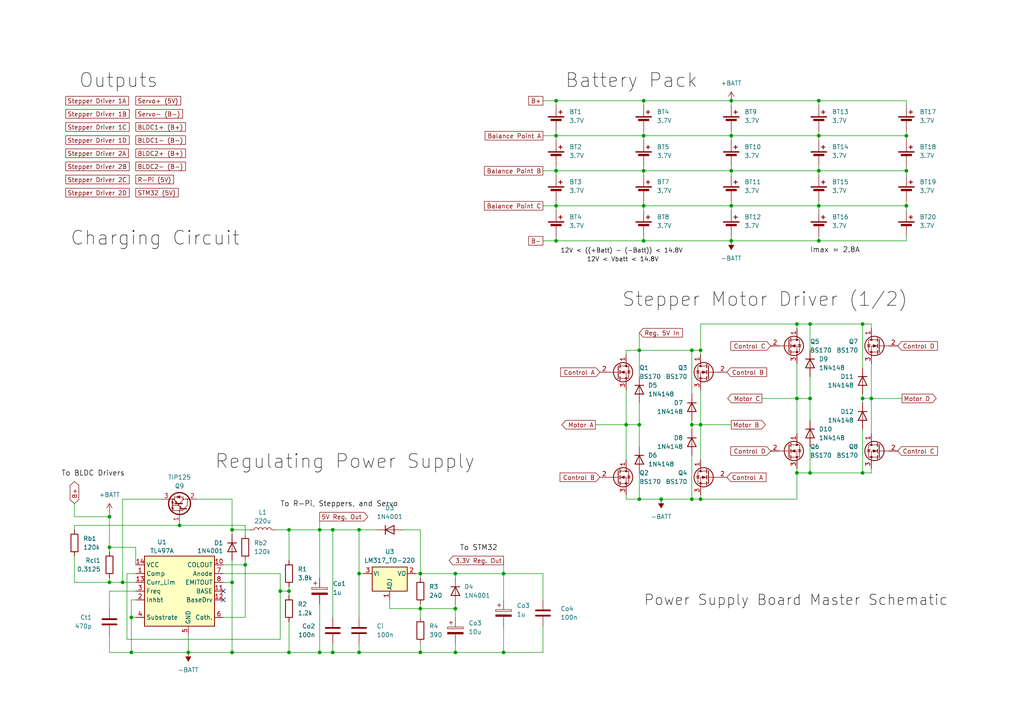
<source format=kicad_sch>
(kicad_sch (version 20231120) (generator "eeschema") (generator_version "8.0")
  (paper "A4")
  (lib_symbols
    (symbol "Device:Battery_Cell" (pin_numbers hide) (pin_names (offset 0) hide)
      (property "Reference" "BT" (at 2.54 2.54 0))
      (property "Value" "Battery_Cell" (at 2.54 0 0))
      (symbol "Battery_Cell_0_1"
        (rectangle (start -2.286 1.778) (end 2.286 1.524) (fill (type outline)))
        (rectangle (start -1.524 1.016) (end 1.524 0.508) (fill (type outline)))
        (polyline (pts (xy 0 0.762) (xy 0 0)))
        (polyline (pts (xy 0 1.778) (xy 0 2.54)))
        (polyline (pts (xy 0.762 3.048) (xy 1.778 3.048)) (stroke (width 0.254)))
        (polyline (pts (xy 1.27 3.556) (xy 1.27 2.54)) (stroke (width 0.254)))
      )
      (symbol "Battery_Cell_1_1"
        (pin passive line (at 0 5.08 270) (length 2.54) (name "+") (number "1"))
        (pin passive line (at 0 -2.54 90) (length 2.54) (name "-") (number "2"))
      )
    )
    (symbol "Device:C" (pin_numbers hide) (pin_names (offset 0.254))
      (property "Reference" "C" (at 0.635 2.54 0))
      (property "Value" "C" (at 0.635 -2.54 0))
      (symbol "C_0_1"
        (polyline (pts (xy -2.032 -0.762) (xy 2.032 -0.762)) (stroke (width 0.508)))
        (polyline (pts (xy -2.032 0.762) (xy 2.032 0.762)) (stroke (width 0.508)))
      )
      (symbol "C_1_1"
        (pin passive line (at 0 3.81 270) (length 2.794) (name "~") (number "1"))
        (pin passive line (at 0 -3.81 90) (length 2.794) (name "~") (number "2"))
      )
    )
    (symbol "Device:C_Polarized" (pin_numbers hide) (pin_names (offset 0.254))
      (property "Reference" "C" (at 0.635 2.54 0))
      (property "Value" "C_Polarized" (at 0.635 -2.54 0))
      (symbol "C_Polarized_0_1"
        (rectangle (start -2.286 0.508) (end 2.286 1.016))
        (polyline (pts (xy -1.778 2.286) (xy -0.762 2.286)))
        (polyline (pts (xy -1.27 2.794) (xy -1.27 1.778)))
        (rectangle (start 2.286 -0.508) (end -2.286 -1.016) (fill (type outline)))
      )
      (symbol "C_Polarized_1_1"
        (pin passive line (at 0 3.81 270) (length 2.794) (name "~") (number "1"))
        (pin passive line (at 0 -3.81 90) (length 2.794) (name "~") (number "2"))
      )
    )
    (symbol "Device:L" (pin_numbers hide) (pin_names (offset 1.016) hide)
      (property "Reference" "L" (at -1.27 0 90))
      (property "Value" "L" (at 1.905 0 90))
      (symbol "L_0_1"
        (arc (start 0 -2.54) (mid 0.6323 -1.905) (end 0 -1.27))
        (arc (start 0 -1.27) (mid 0.6323 -0.635) (end 0 0))
        (arc (start 0 0) (mid 0.6323 0.635) (end 0 1.27))
        (arc (start 0 1.27) (mid 0.6323 1.905) (end 0 2.54))
      )
      (symbol "L_1_1"
        (pin passive line (at 0 3.81 270) (length 1.27) (name "1") (number "1"))
        (pin passive line (at 0 -3.81 90) (length 1.27) (name "2") (number "2"))
      )
    )
    (symbol "Device:R" (pin_numbers hide) (pin_names (offset 0))
      (property "Reference" "R" (at 2.032 0 90))
      (property "Value" "R" (at 0 0 90))
      (symbol "R_0_1"
        (rectangle (start -1.016 -2.54) (end 1.016 2.54) (stroke (width 0.254)))
      )
      (symbol "R_1_1"
        (pin passive line (at 0 3.81 270) (length 1.27) (name "~") (number "1"))
        (pin passive line (at 0 -3.81 90) (length 1.27) (name "~") (number "2"))
      )
    )
    (symbol "Diode:1N4001" (pin_numbers hide) (pin_names hide)
      (property "Reference" "D" (at 0 2.54 0))
      (property "Value" "1N4001" (at 0 -2.54 0))
      (symbol "1N4001_0_1"
        (polyline (pts (xy -1.27 1.27) (xy -1.27 -1.27)) (stroke (width 0.254)))
        (polyline (pts (xy 1.27 0) (xy -1.27 0)))
        (polyline (pts (xy 1.27 1.27) (xy 1.27 -1.27) (xy -1.27 0) (xy 1.27 1.27)) (stroke (width 0.254)))
      )
      (symbol "1N4001_1_1"
        (pin passive line (at -3.81 0 0) (length 2.54) (name "K") (number "1"))
        (pin passive line (at 3.81 0 180) (length 2.54) (name "A") (number "2"))
      )
    )
    (symbol "Diode:1N4148" (pin_numbers hide) (pin_names hide)
      (property "Reference" "D" (at 0 2.54 0))
      (property "Value" "1N4148" (at 0 -2.54 0))
      (symbol "1N4148_0_1"
        (polyline (pts (xy -1.27 1.27) (xy -1.27 -1.27)) (stroke (width 0.254)))
        (polyline (pts (xy 1.27 0) (xy -1.27 0)))
        (polyline (pts (xy 1.27 1.27) (xy 1.27 -1.27) (xy -1.27 0) (xy 1.27 1.27)) (stroke (width 0.254)))
      )
      (symbol "1N4148_1_1"
        (pin passive line (at -3.81 0 0) (length 2.54) (name "K") (number "1"))
        (pin passive line (at 3.81 0 180) (length 2.54) (name "A") (number "2"))
      )
    )
    (symbol "Regulator_Linear:LM317_TO-220" (pin_names (offset 0.254))
      (property "Reference" "U" (at -3.81 3.175 0))
      (property "Value" "LM317_TO-220" (at 0 3.175 0))
      (symbol "LM317_TO-220_0_1"
        (rectangle (start -5.08 1.905) (end 5.08 -5.08) (stroke (width 0.254)) (fill (type background)))
      )
      (symbol "LM317_TO-220_1_1"
        (pin input line (at 0 -7.62 90) (length 2.54) (name "ADJ") (number "1"))
        (pin power_out line (at 7.62 0 180) (length 2.54) (name "VO") (number "2"))
        (pin power_in line (at -7.62 0 0) (length 2.54) (name "VI") (number "3"))
      )
    )
    (symbol "Regulator_Switching:TL497A"
      (property "Reference" "U" (at -10.16 11.43 0))
      (property "Value" "TL497A" (at 1.27 11.43 0))
      (symbol "TL497A_0_1"
        (rectangle (start -10.16 10.16) (end 10.16 -10.16) (stroke (width 0.254)) (fill (type background)))
      )
      (symbol "TL497A_1_1"
        (pin input line (at -12.7 5.08 0) (length 2.54) (name "Comp") (number "1"))
        (pin open_collector line (at 12.7 7.62 180) (length 2.54) (name "COLOUT") (number "10"))
        (pin passive line (at 12.7 0 180) (length 2.54) (name "BASE") (number "11"))
        (pin passive line (at 12.7 -2.54 180) (length 2.54) (name "BaseDrv") (number "12"))
        (pin input line (at -12.7 2.54 0) (length 2.54) (name "Curr_Lim") (number "13"))
        (pin power_in line (at -12.7 7.62 0) (length 2.54) (name "VCC") (number "14"))
        (pin input line (at -12.7 -2.54 0) (length 2.54) (name "Inhbt") (number "2"))
        (pin input line (at -12.7 0 0) (length 2.54) (name "Freq") (number "3"))
        (pin input line (at -12.7 -7.62 0) (length 2.54) (name "Substrate") (number "4"))
        (pin power_in line (at 2.54 -12.7 90) (length 2.54) (name "GND") (number "5"))
        (pin passive line (at 12.7 -7.62 180) (length 2.54) (name "Cath.") (number "6"))
        (pin passive line (at 12.7 5.08 180) (length 2.54) (name "Anode") (number "7"))
        (pin open_emitter line (at 12.7 2.54 180) (length 2.54) (name "EMITOUT") (number "8"))
        (pin no_connect line (at -10.16 -5.08 0) (length 2.54) hide (name "NC") (number "9"))
      )
    )
    (symbol "Transistor_BJT:TIP125" (pin_names (offset 0) hide)
      (property "Reference" "Q" (at 5.08 1.905 0))
      (property "Value" "TIP125" (at 5.08 0 0))
      (symbol "TIP125_0_1"
        (circle (center -0.762 0) (radius 0.127))
        (polyline (pts (xy -1.27 0) (xy -0.889 0)))
        (polyline (pts (xy 2.54 -2.032) (xy 2.54 -2.54)))
        (polyline (pts (xy 2.54 -1.524) (xy 3.175 -1.524)))
        (polyline (pts (xy 2.794 -0.635) (xy 3.556 -0.635)))
        (polyline (pts (xy 3.175 -1.524) (xy 3.175 -0.635)))
        (polyline (pts (xy 3.175 0.127) (xy 3.175 1.016)))
        (polyline (pts (xy 3.175 1.016) (xy 2.54 1.016)))
        (polyline (pts (xy -0.254 0.762) (xy 0.762 -0.254) (xy 1.27 -0.254)))
        (polyline (pts (xy -0.254 1.016) (xy -0.762 1.016) (xy -0.762 -2.032)))
        (polyline (pts (xy -0.254 1.27) (xy 0.762 2.286) (xy 2.54 2.286)))
        (polyline (pts (xy -0.254 2.032) (xy -0.254 0) (xy -0.254 0)) (stroke (width 0.3048)))
        (polyline (pts (xy 1.27 0.762) (xy 1.27 -1.27) (xy 1.27 -1.27)) (stroke (width 0.381)))
        (polyline (pts (xy 0 0.508) (xy 0.254 0) (xy 0.508 0.254) (xy 0 0.508)))
        (polyline (pts (xy 1.27 -0.508) (xy 2.286 -1.524) (xy 2.54 -1.524) (xy 2.54 -2.032)))
        (polyline (pts (xy 1.27 0) (xy 2.286 1.016) (xy 2.54 1.016) (xy 2.54 2.286)))
        (polyline (pts (xy 1.524 -0.762) (xy 1.778 -1.27) (xy 2.032 -1.016) (xy 1.524 -0.762)))
        (polyline (pts (xy 3.175 -0.635) (xy 2.794 0.127) (xy 3.556 0.127) (xy 3.175 -0.635)) (fill (type outline)))
        (polyline (pts (xy 0.762 -2.032) (xy 0.381 -2.032) (xy 0.254 -2.286) (xy 0.127 -1.778) (xy 0 -2.286) (xy -0.127 -1.778) (xy -0.254 -2.286) (xy -0.381 -1.778) (xy -0.508 -2.032) (xy -0.762 -2.032)))
        (polyline (pts (xy 0.762 -0.254) (xy 0.762 -2.032) (xy 1.143 -2.032) (xy 1.27 -1.778) (xy 1.397 -2.286) (xy 1.524 -1.778) (xy 1.651 -2.286) (xy 1.778 -1.778) (xy 1.905 -2.286) (xy 2.032 -2.032) (xy 2.54 -2.032)))
        (circle (center 0.762 -2.032) (radius 0.127))
        (circle (center 0.762 -0.254) (radius 0.127))
        (circle (center 1.27 0) (radius 3.175) (stroke (width 0.3556)))
        (circle (center 2.54 -2.032) (radius 0.127))
        (circle (center 2.54 -1.524) (radius 0.127))
        (circle (center 2.54 1.016) (radius 0.127))
        (circle (center 2.54 2.286) (radius 0.127))
      )
      (symbol "TIP125_1_1"
        (pin input line (at -5.08 0 0) (length 3.81) (name "B") (number "1"))
        (pin passive line (at 2.54 5.08 270) (length 2.667) (name "C") (number "2"))
        (pin passive line (at 2.54 -5.08 90) (length 2.54) (name "E") (number "3"))
      )
    )
    (symbol "Transistor_FET:BS170" (pin_names hide)
      (property "Reference" "Q" (at 5.08 1.905 0))
      (property "Value" "BS170" (at 5.08 0 0))
      (symbol "BS170_0_1"
        (polyline (pts (xy 0.254 0) (xy -2.54 0)))
        (polyline (pts (xy 0.254 1.905) (xy 0.254 -1.905)) (stroke (width 0.254)))
        (polyline (pts (xy 0.762 -1.27) (xy 0.762 -2.286)) (stroke (width 0.254)))
        (polyline (pts (xy 0.762 0.508) (xy 0.762 -0.508)) (stroke (width 0.254)))
        (polyline (pts (xy 0.762 2.286) (xy 0.762 1.27)) (stroke (width 0.254)))
        (polyline (pts (xy 2.54 2.54) (xy 2.54 1.778)))
        (polyline (pts (xy 2.54 -2.54) (xy 2.54 0) (xy 0.762 0)))
        (polyline (pts (xy 0.762 -1.778) (xy 3.302 -1.778) (xy 3.302 1.778) (xy 0.762 1.778)))
        (polyline (pts (xy 1.016 0) (xy 2.032 0.381) (xy 2.032 -0.381) (xy 1.016 0)) (fill (type outline)))
        (polyline (pts (xy 2.794 0.508) (xy 2.921 0.381) (xy 3.683 0.381) (xy 3.81 0.254)))
        (polyline (pts (xy 3.302 0.381) (xy 2.921 -0.254) (xy 3.683 -0.254) (xy 3.302 0.381)))
        (circle (center 1.651 0) (radius 2.794) (stroke (width 0.254)))
        (circle (center 2.54 -1.778) (radius 0.254) (fill (type outline)))
        (circle (center 2.54 1.778) (radius 0.254) (fill (type outline)))
      )
      (symbol "BS170_1_1"
        (pin passive line (at 2.54 5.08 270) (length 2.54) (name "D") (number "1"))
        (pin input line (at -5.08 0 0) (length 2.54) (name "G") (number "2"))
        (pin passive line (at 2.54 -5.08 90) (length 2.54) (name "S") (number "3"))
      )
    )
    (symbol "power:+BATT" (power) (pin_numbers hide) (pin_names (offset 0) hide)
      (property "Value" "+BATT" (at 0 3.556 0))
      (symbol "+BATT_0_1"
        (polyline (pts (xy -0.762 1.27) (xy 0 2.54)))
        (polyline (pts (xy 0 0) (xy 0 2.54)))
        (polyline (pts (xy 0 2.54) (xy 0.762 1.27)))
      )
      (symbol "+BATT_1_1"
        (pin power_in line (at 0 0 90) (length 0) (name "~") (number "1"))
      )
    )
    (symbol "power:-BATT" (power) (pin_numbers hide) (pin_names (offset 0) hide)
      (property "Value" "-BATT" (at 0 3.556 0))
      (symbol "-BATT_0_1"
        (polyline (pts (xy 0 0) (xy 0 2.54)))
        (polyline (pts (xy 0.762 1.27) (xy -0.762 1.27) (xy 0 2.54) (xy 0.762 1.27)) (fill (type outline)))
      )
      (symbol "-BATT_1_1"
        (pin power_in line (at 0 0 90) (length 0) (name "~") (number "1"))
      )
    )
  )
  (junction (at 161.29 69.85))
  (junction (at 92.71 189.23))
  (junction (at 250.19 115.57))
  (junction (at 104.14 189.23))
  (junction (at 250.19 137.16))
  (junction (at 262.89 59.69))
  (junction (at 231.14 93.98))
  (junction (at 185.42 123.19))
  (junction (at 234.95 137.16))
  (junction (at 31.75 168.91))
  (junction (at 67.31 168.91))
  (junction (at 212.09 29.21))
  (junction (at 200.66 144.78))
  (junction (at 186.69 39.37))
  (junction (at 121.92 189.23))
  (junction (at 262.89 39.37))
  (junction (at 161.29 49.53))
  (junction (at 234.95 93.98))
  (junction (at 252.73 115.57))
  (junction (at 132.08 176.53))
  (junction (at 203.2 144.78))
  (junction (at 161.29 29.21))
  (junction (at 212.09 49.53))
  (junction (at 237.49 59.69))
  (junction (at 212.09 69.85))
  (junction (at 237.49 49.53))
  (junction (at 54.61 189.23))
  (junction (at 203.2 101.6))
  (junction (at 186.69 69.85))
  (junction (at 35.56 168.91))
  (junction (at 132.08 189.23))
  (junction (at 191.77 144.78))
  (junction (at 92.71 153.67))
  (junction (at 96.52 153.67))
  (junction (at 231.14 137.16))
  (junction (at 83.82 189.23))
  (junction (at 104.14 153.67))
  (junction (at 186.69 59.69))
  (junction (at 250.19 93.98))
  (junction (at 231.14 115.57))
  (junction (at 132.08 166.37))
  (junction (at 31.75 149.86))
  (junction (at 67.31 189.23))
  (junction (at 234.95 115.57))
  (junction (at 186.69 49.53))
  (junction (at 31.75 158.75))
  (junction (at 71.12 163.83))
  (junction (at 146.05 166.37))
  (junction (at 181.61 123.19))
  (junction (at 185.42 144.78))
  (junction (at 146.05 189.23))
  (junction (at 200.66 101.6))
  (junction (at 38.1 179.07))
  (junction (at 186.69 29.21))
  (junction (at 67.31 153.67))
  (junction (at 38.1 189.23))
  (junction (at 200.66 123.19))
  (junction (at 262.89 49.53))
  (junction (at 212.09 59.69))
  (junction (at 96.52 189.23))
  (junction (at 161.29 59.69))
  (junction (at 237.49 29.21))
  (junction (at 121.92 166.37))
  (junction (at 83.82 171.45))
  (junction (at 83.82 153.67))
  (junction (at 185.42 101.6))
  (junction (at 161.29 39.37))
  (junction (at 121.92 176.53))
  (junction (at 52.07 152.4))
  (junction (at 212.09 39.37))
  (junction (at 203.2 123.19))
  (junction (at 237.49 69.85))
  (junction (at 104.14 166.37))
  (junction (at 81.28 171.45))
  (junction (at 237.49 39.37))
  (no_connect (at 64.77 173.99))
  (no_connect (at 64.77 171.45))
  (wire (pts (xy 67.31 168.91) (xy 67.31 189.23)))
  (wire (pts (xy 186.69 48.26) (xy 186.69 49.53)))
  (wire (pts (xy 234.95 129.54) (xy 234.95 137.16)))
  (wire (pts (xy 231.14 137.16) (xy 234.95 137.16)))
  (wire (pts (xy 237.49 58.42) (xy 237.49 59.69)))
  (wire (pts (xy 161.29 30.48) (xy 161.29 29.21)))
  (wire (pts (xy 161.29 69.85) (xy 186.69 69.85)))
  (wire (pts (xy 203.2 113.03) (xy 203.2 123.19)))
  (wire (pts (xy 64.77 168.91) (xy 67.31 168.91)))
  (wire (pts (xy 35.56 144.78) (xy 46.99 144.78)))
  (wire (pts (xy 250.19 114.3) (xy 250.19 115.57)))
  (wire (pts (xy 36.83 166.37) (xy 39.37 166.37)))
  (wire (pts (xy 185.42 116.84) (xy 185.42 123.19)))
  (wire (pts (xy 83.82 189.23) (xy 92.71 189.23)))
  (wire (pts (xy 96.52 153.67) (xy 96.52 179.07)))
  (wire (pts (xy 185.42 101.6) (xy 185.42 109.22)))
  (wire (pts (xy 237.49 69.85) (xy 262.89 69.85)))
  (wire (pts (xy 67.31 189.23) (xy 83.82 189.23)))
  (wire (pts (xy 96.52 186.69) (xy 96.52 189.23)))
  (wire (pts (xy 54.61 189.23) (xy 67.31 189.23)))
  (wire (pts (xy 203.2 93.98) (xy 231.14 93.98)))
  (wire (pts (xy 21.59 149.86) (xy 31.75 149.86)))
  (wire (pts (xy 67.31 153.67) (xy 72.39 153.67)))
  (wire (pts (xy 262.89 29.21) (xy 262.89 30.48)))
  (wire (pts (xy 252.73 105.41) (xy 252.73 115.57)))
  (wire (pts (xy 203.2 143.51) (xy 203.2 144.78)))
  (wire (pts (xy 157.48 69.85) (xy 161.29 69.85)))
  (wire (pts (xy 83.82 180.34) (xy 83.82 189.23)))
  (wire (pts (xy 234.95 93.98) (xy 250.19 93.98)))
  (wire (pts (xy 200.66 123.19) (xy 203.2 123.19)))
  (wire (pts (xy 161.29 59.69) (xy 186.69 59.69)))
  (wire (pts (xy 203.2 123.19) (xy 212.09 123.19)))
  (wire (pts (xy 250.19 93.98) (xy 250.19 106.68)))
  (wire (pts (xy 104.14 153.67) (xy 104.14 166.37)))
  (wire (pts (xy 31.75 158.75) (xy 31.75 160.02)))
  (wire (pts (xy 186.69 29.21) (xy 186.69 30.48)))
  (wire (pts (xy 231.14 93.98) (xy 234.95 93.98)))
  (wire (pts (xy 113.03 173.99) (xy 113.03 176.53)))
  (wire (pts (xy 109.22 153.67) (xy 104.14 153.67)))
  (wire (pts (xy 250.19 124.46) (xy 250.19 137.16)))
  (wire (pts (xy 234.95 109.22) (xy 234.95 115.57)))
  (wire (pts (xy 39.37 158.75) (xy 31.75 158.75)))
  (wire (pts (xy 234.95 115.57) (xy 234.95 121.92)))
  (wire (pts (xy 237.49 69.85) (xy 237.49 68.58)))
  (wire (pts (xy 250.19 93.98) (xy 252.73 93.98)))
  (wire (pts (xy 234.95 137.16) (xy 250.19 137.16)))
  (wire (pts (xy 96.52 153.67) (xy 92.71 153.67)))
  (wire (pts (xy 203.2 123.19) (xy 203.2 133.35)))
  (wire (pts (xy 231.14 144.78) (xy 231.14 137.16)))
  (wire (pts (xy 64.77 166.37) (xy 81.28 166.37)))
  (wire (pts (xy 83.82 153.67) (xy 83.82 162.56)))
  (wire (pts (xy 146.05 189.23) (xy 132.08 189.23)))
  (wire (pts (xy 185.42 96.52) (xy 185.42 101.6)))
  (wire (pts (xy 83.82 171.45) (xy 83.82 172.72)))
  (wire (pts (xy 237.49 59.69) (xy 237.49 60.96)))
  (wire (pts (xy 185.42 101.6) (xy 181.61 101.6)))
  (wire (pts (xy 21.59 152.4) (xy 52.07 152.4)))
  (wire (pts (xy 38.1 189.23) (xy 54.61 189.23)))
  (wire (pts (xy 212.09 49.53) (xy 237.49 49.53)))
  (wire (pts (xy 212.09 68.58) (xy 212.09 69.85)))
  (wire (pts (xy 186.69 39.37) (xy 186.69 40.64)))
  (wire (pts (xy 186.69 39.37) (xy 212.09 39.37)))
  (wire (pts (xy 67.31 144.78) (xy 67.31 153.67)))
  (wire (pts (xy 181.61 144.78) (xy 185.42 144.78)))
  (wire (pts (xy 92.71 175.26) (xy 92.71 189.23)))
  (wire (pts (xy 83.82 153.67) (xy 92.71 153.67)))
  (wire (pts (xy 161.29 39.37) (xy 186.69 39.37)))
  (wire (pts (xy 252.73 135.89) (xy 252.73 137.16)))
  (wire (pts (xy 237.49 49.53) (xy 237.49 50.8)))
  (wire (pts (xy 186.69 29.21) (xy 212.09 29.21)))
  (wire (pts (xy 161.29 39.37) (xy 161.29 40.64)))
  (wire (pts (xy 71.12 154.94) (xy 71.12 152.4)))
  (wire (pts (xy 237.49 39.37) (xy 237.49 40.64)))
  (wire (pts (xy 38.1 179.07) (xy 39.37 179.07)))
  (wire (pts (xy 200.66 144.78) (xy 203.2 144.78)))
  (wire (pts (xy 231.14 105.41) (xy 231.14 115.57)))
  (wire (pts (xy 92.71 149.86) (xy 92.71 153.67)))
  (wire (pts (xy 262.89 39.37) (xy 262.89 40.64)))
  (wire (pts (xy 157.48 181.61) (xy 157.48 189.23)))
  (wire (pts (xy 185.42 137.16) (xy 185.42 144.78)))
  (wire (pts (xy 64.77 163.83) (xy 71.12 163.83)))
  (wire (pts (xy 262.89 48.26) (xy 262.89 49.53)))
  (wire (pts (xy 250.19 115.57) (xy 252.73 115.57)))
  (wire (pts (xy 185.42 144.78) (xy 191.77 144.78)))
  (wire (pts (xy 161.29 49.53) (xy 161.29 50.8)))
  (wire (pts (xy 157.48 173.99) (xy 157.48 166.37)))
  (wire (pts (xy 67.31 153.67) (xy 67.31 154.94)))
  (wire (pts (xy 121.92 176.53) (xy 132.08 176.53)))
  (wire (pts (xy 121.92 166.37) (xy 132.08 166.37)))
  (wire (pts (xy 212.09 29.21) (xy 237.49 29.21)))
  (wire (pts (xy 31.75 149.86) (xy 31.75 158.75)))
  (wire (pts (xy 212.09 39.37) (xy 212.09 40.64)))
  (wire (pts (xy 237.49 39.37) (xy 262.89 39.37)))
  (wire (pts (xy 31.75 148.59) (xy 31.75 149.86)))
  (wire (pts (xy 252.73 115.57) (xy 261.62 115.57)))
  (wire (pts (xy 31.75 168.91) (xy 35.56 168.91)))
  (wire (pts (xy 132.08 176.53) (xy 132.08 179.07)))
  (wire (pts (xy 212.09 38.1) (xy 212.09 39.37)))
  (wire (pts (xy 104.14 189.23) (xy 121.92 189.23)))
  (wire (pts (xy 161.29 58.42) (xy 161.29 59.69)))
  (wire (pts (xy 38.1 189.23) (xy 38.1 179.07)))
  (wire (pts (xy 212.09 49.53) (xy 212.09 50.8)))
  (wire (pts (xy 203.2 102.87) (xy 203.2 101.6)))
  (wire (pts (xy 120.65 166.37) (xy 121.92 166.37)))
  (wire (pts (xy 262.89 59.69) (xy 262.89 60.96)))
  (wire (pts (xy 157.48 29.21) (xy 161.29 29.21)))
  (wire (pts (xy 252.73 95.25) (xy 252.73 93.98)))
  (wire (pts (xy 21.59 146.05) (xy 21.59 149.86)))
  (wire (pts (xy 54.61 184.15) (xy 54.61 189.23)))
  (wire (pts (xy 132.08 175.26) (xy 132.08 176.53)))
  (wire (pts (xy 161.29 48.26) (xy 161.29 49.53)))
  (wire (pts (xy 157.48 166.37) (xy 146.05 166.37)))
  (wire (pts (xy 231.14 115.57) (xy 231.14 125.73)))
  (wire (pts (xy 81.28 171.45) (xy 83.82 171.45)))
  (wire (pts (xy 104.14 186.69) (xy 104.14 189.23)))
  (wire (pts (xy 161.29 38.1) (xy 161.29 39.37)))
  (wire (pts (xy 161.29 59.69) (xy 161.29 60.96)))
  (wire (pts (xy 96.52 153.67) (xy 104.14 153.67)))
  (wire (pts (xy 200.66 101.6) (xy 200.66 114.3)))
  (wire (pts (xy 80.01 153.67) (xy 83.82 153.67)))
  (wire (pts (xy 36.83 185.42) (xy 81.28 185.42)))
  (wire (pts (xy 220.98 115.57) (xy 231.14 115.57)))
  (wire (pts (xy 237.49 49.53) (xy 262.89 49.53)))
  (wire (pts (xy 185.42 123.19) (xy 185.42 129.54)))
  (wire (pts (xy 35.56 168.91) (xy 39.37 168.91)))
  (wire (pts (xy 67.31 162.56) (xy 67.31 168.91)))
  (wire (pts (xy 157.48 39.37) (xy 161.29 39.37)))
  (wire (pts (xy 186.69 59.69) (xy 212.09 59.69)))
  (wire (pts (xy 212.09 58.42) (xy 212.09 59.69)))
  (wire (pts (xy 231.14 135.89) (xy 231.14 137.16)))
  (wire (pts (xy 262.89 49.53) (xy 262.89 50.8)))
  (wire (pts (xy 212.09 69.85) (xy 237.49 69.85)))
  (wire (pts (xy 186.69 58.42) (xy 186.69 59.69)))
  (wire (pts (xy 250.19 137.16) (xy 252.73 137.16)))
  (wire (pts (xy 132.08 186.69) (xy 132.08 189.23)))
  (wire (pts (xy 57.15 144.78) (xy 67.31 144.78)))
  (wire (pts (xy 146.05 173.99) (xy 146.05 166.37)))
  (wire (pts (xy 252.73 115.57) (xy 252.73 125.73)))
  (wire (pts (xy 181.61 101.6) (xy 181.61 102.87)))
  (wire (pts (xy 212.09 59.69) (xy 212.09 60.96)))
  (wire (pts (xy 186.69 59.69) (xy 186.69 60.96)))
  (wire (pts (xy 121.92 153.67) (xy 121.92 166.37)))
  (wire (pts (xy 31.75 167.64) (xy 31.75 168.91)))
  (wire (pts (xy 121.92 175.26) (xy 121.92 176.53)))
  (wire (pts (xy 21.59 161.29) (xy 21.59 168.91)))
  (wire (pts (xy 113.03 176.53) (xy 121.92 176.53)))
  (wire (pts (xy 234.95 93.98) (xy 234.95 101.6)))
  (wire (pts (xy 81.28 185.42) (xy 81.28 171.45)))
  (wire (pts (xy 21.59 168.91) (xy 31.75 168.91)))
  (wire (pts (xy 181.61 123.19) (xy 181.61 133.35)))
  (wire (pts (xy 234.95 115.57) (xy 231.14 115.57)))
  (wire (pts (xy 161.29 49.53) (xy 186.69 49.53)))
  (wire (pts (xy 212.09 59.69) (xy 237.49 59.69)))
  (wire (pts (xy 92.71 189.23) (xy 96.52 189.23)))
  (wire (pts (xy 186.69 38.1) (xy 186.69 39.37)))
  (wire (pts (xy 96.52 189.23) (xy 104.14 189.23)))
  (wire (pts (xy 186.69 68.58) (xy 186.69 69.85)))
  (wire (pts (xy 185.42 123.19) (xy 181.61 123.19)))
  (wire (pts (xy 237.49 38.1) (xy 237.49 39.37)))
  (wire (pts (xy 181.61 113.03) (xy 181.61 123.19)))
  (wire (pts (xy 31.75 184.15) (xy 31.75 189.23)))
  (wire (pts (xy 186.69 69.85) (xy 212.09 69.85)))
  (wire (pts (xy 237.49 48.26) (xy 237.49 49.53)))
  (wire (pts (xy 185.42 101.6) (xy 200.66 101.6)))
  (wire (pts (xy 161.29 29.21) (xy 186.69 29.21)))
  (wire (pts (xy 203.2 101.6) (xy 203.2 93.98)))
  (wire (pts (xy 116.84 153.67) (xy 121.92 153.67)))
  (wire (pts (xy 121.92 166.37) (xy 121.92 167.64)))
  (wire (pts (xy 200.66 132.08) (xy 200.66 144.78)))
  (wire (pts (xy 21.59 153.67) (xy 21.59 152.4)))
  (wire (pts (xy 237.49 59.69) (xy 262.89 59.69)))
  (wire (pts (xy 83.82 170.18) (xy 83.82 171.45)))
  (wire (pts (xy 105.41 166.37) (xy 104.14 166.37)))
  (wire (pts (xy 203.2 101.6) (xy 200.66 101.6)))
  (wire (pts (xy 31.75 189.23) (xy 38.1 189.23)))
  (wire (pts (xy 262.89 38.1) (xy 262.89 39.37)))
  (wire (pts (xy 121.92 186.69) (xy 121.92 189.23)))
  (wire (pts (xy 39.37 158.75) (xy 39.37 163.83)))
  (wire (pts (xy 200.66 123.19) (xy 200.66 124.46)))
  (wire (pts (xy 262.89 58.42) (xy 262.89 59.69)))
  (wire (pts (xy 31.75 176.53) (xy 31.75 171.45)))
  (wire (pts (xy 92.71 167.64) (xy 92.71 153.67)))
  (wire (pts (xy 181.61 143.51) (xy 181.61 144.78)))
  (wire (pts (xy 38.1 173.99) (xy 39.37 173.99)))
  (wire (pts (xy 250.19 115.57) (xy 250.19 116.84)))
  (wire (pts (xy 262.89 68.58) (xy 262.89 69.85)))
  (wire (pts (xy 191.77 144.78) (xy 200.66 144.78)))
  (wire (pts (xy 157.48 189.23) (xy 146.05 189.23)))
  (wire (pts (xy 31.75 171.45) (xy 39.37 171.45)))
  (wire (pts (xy 104.14 166.37) (xy 104.14 179.07)))
  (wire (pts (xy 237.49 29.21) (xy 262.89 29.21)))
  (wire (pts (xy 212.09 48.26) (xy 212.09 49.53)))
  (wire (pts (xy 146.05 181.61) (xy 146.05 189.23)))
  (wire (pts (xy 237.49 29.21) (xy 237.49 30.48)))
  (wire (pts (xy 212.09 29.21) (xy 212.09 30.48)))
  (wire (pts (xy 81.28 166.37) (xy 81.28 171.45)))
  (wire (pts (xy 71.12 163.83) (xy 71.12 179.07)))
  (wire (pts (xy 121.92 176.53) (xy 121.92 179.07)))
  (wire (pts (xy 231.14 93.98) (xy 231.14 95.25)))
  (wire (pts (xy 132.08 167.64) (xy 132.08 166.37)))
  (wire (pts (xy 71.12 179.07) (xy 64.77 179.07)))
  (wire (pts (xy 161.29 68.58) (xy 161.29 69.85)))
  (wire (pts (xy 203.2 144.78) (xy 231.14 144.78)))
  (wire (pts (xy 212.09 39.37) (xy 237.49 39.37)))
  (wire (pts (xy 146.05 162.56) (xy 146.05 166.37)))
  (wire (pts (xy 200.66 121.92) (xy 200.66 123.19)))
  (wire (pts (xy 35.56 144.78) (xy 35.56 168.91)))
  (wire (pts (xy 132.08 166.37) (xy 146.05 166.37)))
  (wire (pts (xy 186.69 49.53) (xy 212.09 49.53)))
  (wire (pts (xy 71.12 162.56) (xy 71.12 163.83)))
  (wire (pts (xy 52.07 152.4) (xy 71.12 152.4)))
  (wire (pts (xy 36.83 185.42) (xy 36.83 166.37)))
  (wire (pts (xy 172.72 123.19) (xy 181.61 123.19)))
  (wire (pts (xy 186.69 49.53) (xy 186.69 50.8)))
  (wire (pts (xy 157.48 49.53) (xy 161.29 49.53)))
  (wire (pts (xy 157.48 59.69) (xy 161.29 59.69)))
  (wire (pts (xy 38.1 173.99) (xy 38.1 179.07)))
  (wire (pts (xy 121.92 189.23) (xy 132.08 189.23)))
  (label "Battery Pack" (at 163.83 26.67 0) (effects (font (size 4 4))))
  (label "To STM32" (at 133.35 160.02 0) (effects (font (size 1.5 1.5))))
  (label "Stepper Motor Driver (1{slash}2)" (at 180.34 90.17 0) (effects (font (size 4 4))))
  (label "12V < ((+Batt) - (-Batt)) < 14.8V" (at 162.56 73.66 0))
  (label "Imax = 2.8A" (at 234.95 73.66 0) (effects (font (size 1.5 1.5))))
  (label "To BLDC Drivers" (at 17.78 138.43 0) (effects (font (size 1.5 1.5))))
  (label "To R-Pi, Steppers, and Servo" (at 81.28 147.32 0) (effects (font (size 1.5 1.5))))
  (label "Regulating Power Supply" (at 62.23 137.16 0) (effects (font (size 4 4))))
  (label "Outputs" (at 22.86 26.67 0) (effects (font (size 4 4))))
  (label "Charging Circuit" (at 20.32 72.39 0) (effects (font (size 4 4))))
  (label "12V < Vbatt < 14.8V" (at 170.18 76.2 0))
  (label "Power Supply Board Master Schematic" (at 186.69 176.53 0) (effects (font (size 3 3))))
  (global_label "Reg. 5V In" (shape input) (at 185.42 96.52 0) (property "Intersheetrefs" "${INTERSHEET_REFS}" (effects (hide yes))))
  (global_label "BLDC2- (B-)" (shape passive) (at 39.37 48.26 0) (property "Intersheetrefs" "${INTERSHEET_REFS}" (effects (hide yes))))
  (global_label "Balance Point C" (shape passive) (at 157.48 59.69 180) (property "Intersheetrefs" "${INTERSHEET_REFS}" (effects (hide yes))))
  (global_label "Servo- (B-)" (shape passive) (at 39.37 33.02 0) (property "Intersheetrefs" "${INTERSHEET_REFS}" (effects (hide yes))))
  (global_label "STM32 (5V)" (shape passive) (at 39.37 55.88 0) (property "Intersheetrefs" "${INTERSHEET_REFS}" (effects (hide yes))))
  (global_label "Control C" (shape input) (at 223.52 100.33 180) (property "Intersheetrefs" "${INTERSHEET_REFS}" (effects (hide yes))))
  (global_label "Control B" (shape input) (at 210.82 107.95 0) (property "Intersheetrefs" "${INTERSHEET_REFS}" (effects (hide yes))))
  (global_label "Stepper Driver 1C" (shape passive) (at 19.05 36.83 0) (property "Intersheetrefs" "${INTERSHEET_REFS}" (effects (hide yes))))
  (global_label "B+" (shape passive) (at 157.48 29.21 180) (property "Intersheetrefs" "${INTERSHEET_REFS}" (effects (hide yes))))
  (global_label "Stepper Driver 1A" (shape passive) (at 19.05 29.21 0) (property "Intersheetrefs" "${INTERSHEET_REFS}" (effects (hide yes))))
  (global_label "Control A" (shape input) (at 210.82 138.43 0) (property "Intersheetrefs" "${INTERSHEET_REFS}" (effects (hide yes))))
  (global_label "BLDC1+ (B+)" (shape passive) (at 39.37 36.83 0) (property "Intersheetrefs" "${INTERSHEET_REFS}" (effects (hide yes))))
  (global_label "B+" (shape bidirectional) (at 21.59 146.05 90) (property "Intersheetrefs" "${INTERSHEET_REFS}" (effects (hide yes))))
  (global_label "BLDC1- (B-)" (shape passive) (at 39.37 40.64 0) (property "Intersheetrefs" "${INTERSHEET_REFS}" (effects (hide yes))))
  (global_label "R-Pi (5V)" (shape passive) (at 39.37 52.07 0) (property "Intersheetrefs" "${INTERSHEET_REFS}" (effects (hide yes))))
  (global_label "Balance Point B" (shape passive) (at 157.48 49.53 180) (property "Intersheetrefs" "${INTERSHEET_REFS}" (effects (hide yes))))
  (global_label "Stepper Driver 1D" (shape passive) (at 19.05 40.64 0) (property "Intersheetrefs" "${INTERSHEET_REFS}" (effects (hide yes))))
  (global_label "Stepper Driver 2A" (shape passive) (at 19.05 44.45 0) (property "Intersheetrefs" "${INTERSHEET_REFS}" (effects (hide yes))))
  (global_label "3.3V Reg. Out" (shape output) (at 146.05 162.56 180) (property "Intersheetrefs" "${INTERSHEET_REFS}" (effects (hide yes))))
  (global_label "Stepper Driver 2B" (shape passive) (at 19.05 48.26 0) (property "Intersheetrefs" "${INTERSHEET_REFS}" (effects (hide yes))))
  (global_label "Motor A" (shape output) (at 172.72 123.19 180) (property "Intersheetrefs" "${INTERSHEET_REFS}" (effects (hide yes))))
  (global_label "Motor B" (shape output) (at 212.09 123.19 0) (property "Intersheetrefs" "${INTERSHEET_REFS}" (effects (hide yes))))
  (global_label "Motor C" (shape output) (at 220.98 115.57 180) (property "Intersheetrefs" "${INTERSHEET_REFS}" (effects (hide yes))))
  (global_label "BLDC2+ (B+)" (shape passive) (at 39.37 44.45 0) (property "Intersheetrefs" "${INTERSHEET_REFS}" (effects (hide yes))))
  (global_label "Motor D" (shape output) (at 261.62 115.57 0) (property "Intersheetrefs" "${INTERSHEET_REFS}" (effects (hide yes))))
  (global_label "Control D" (shape input) (at 260.35 100.33 0) (property "Intersheetrefs" "${INTERSHEET_REFS}" (effects (hide yes))))
  (global_label "Control A" (shape input) (at 173.99 107.95 180) (property "Intersheetrefs" "${INTERSHEET_REFS}" (effects (hide yes))))
  (global_label "Control D" (shape input) (at 223.52 130.81 180) (property "Intersheetrefs" "${INTERSHEET_REFS}" (effects (hide yes))))
  (global_label "Stepper Driver 2C" (shape passive) (at 19.05 52.07 0) (property "Intersheetrefs" "${INTERSHEET_REFS}" (effects (hide yes))))
  (global_label "Control B" (shape input) (at 173.99 138.43 180) (property "Intersheetrefs" "${INTERSHEET_REFS}" (effects (hide yes))))
  (global_label "Control C" (shape input) (at 260.35 130.81 0) (property "Intersheetrefs" "${INTERSHEET_REFS}" (effects (hide yes))))
  (global_label "Stepper Driver 1B" (shape passive) (at 19.05 33.02 0) (property "Intersheetrefs" "${INTERSHEET_REFS}" (effects (hide yes))))
  (global_label "Servo+ (5V)" (shape passive) (at 39.37 29.21 0) (property "Intersheetrefs" "${INTERSHEET_REFS}" (effects (hide yes))))
  (global_label "B-" (shape passive) (at 157.48 69.85 180) (property "Intersheetrefs" "${INTERSHEET_REFS}" (effects (hide yes))))
  (global_label "5V Reg. Out" (shape output) (at 92.71 149.86 0) (property "Intersheetrefs" "${INTERSHEET_REFS}" (effects (hide yes))))
  (global_label "Balance Point A" (shape passive) (at 157.48 39.37 180) (property "Intersheetrefs" "${INTERSHEET_REFS}" (effects (hide yes))))
  (global_label "Stepper Driver 2D" (shape passive) (at 19.05 55.88 0) (property "Intersheetrefs" "${INTERSHEET_REFS}" (effects (hide yes))))
  (symbol (lib_id "Device:Battery_Cell") (at 237.49 45.72 0) (unit 1)
    (property "Reference" "BT14" (at 241.3 42.6084 0) (effects (justify left)))
    (property "Value" "3.7V" (at 241.3 45.1484 0) (effects (justify left)))
    (property "Description" "Single-cell battery" (effects (hide yes)))
  )
  (symbol (lib_id "Device:R") (at 31.75 163.83 0) (mirror y) (unit 1)
    (property "Reference" "Rcl1" (at 29.21 162.5599 0) (effects (justify left)))
    (property "Value" "0.3125" (at 29.21 165.0999 0) (effects (justify left)))
    (property "Description" "Resistor" (effects (hide yes)))
  )
  (symbol (lib_id "Device:Battery_Cell") (at 237.49 66.04 0) (unit 1)
    (property "Reference" "BT16" (at 241.3 62.9284 0) (effects (justify left)))
    (property "Value" "3.7V" (at 241.3 65.4684 0) (effects (justify left)))
    (property "Description" "Single-cell battery" (effects (hide yes)))
  )
  (symbol (lib_id "Device:Battery_Cell") (at 161.29 35.56 0) (unit 1)
    (property "Reference" "BT1" (at 165.1 32.4484 0) (effects (justify left)))
    (property "Value" "3.7V" (at 165.1 34.9884 0) (effects (justify left)))
    (property "Description" "Single-cell battery" (effects (hide yes)))
  )
  (symbol (lib_id "Diode:1N4148") (at 185.42 133.35 270) (unit 1)
    (property "Reference" "D6" (at 187.96 132.0799 90) (effects (justify left)))
    (property "Value" "1N4148" (at 187.96 134.6199 90) (effects (justify left)))
    (property "Footprint" "Diode_THT:D_DO-35_SOD27_P7.62mm_Horizontal" (effects (hide yes)))
    (property "Datasheet" "https://assets.nexperia.com/documents/data-sheet/1N4148_1N4448.pdf" (effects (hide yes)))
    (property "Description" "100V 0.15A standard switching diode, DO-35" (effects (hide yes)))
    (property "Sim.Device" "D" (effects (hide yes)))
    (property "Sim.Pins" "1=K 2=A" (effects (hide yes)))
  )
  (symbol (lib_id "Device:L") (at 76.2 153.67 90) (unit 1)
    (property "Reference" "L1" (at 76.2 148.59 90))
    (property "Value" "220u" (at 76.2 151.13 90))
    (property "Description" "Inductor" (effects (hide yes)))
  )
  (symbol (lib_id "Regulator_Linear:LM317_TO-220") (at 113.03 166.37 0) (unit 1)
    (property "Reference" "U3" (at 113.03 160.02 0))
    (property "Value" "LM317_TO-220" (at 113.03 162.56 0))
    (property "Footprint" "Package_TO_SOT_THT:TO-220-3_Vertical" (effects (hide yes)))
    (property "Datasheet" "http://www.ti.com/lit/ds/symlink/lm317.pdf" (effects (hide yes)))
    (property "Description" "1.5A 35V Adjustable Linear Regulator, TO-220" (effects (hide yes)))
  )
  (symbol (lib_id "Diode:1N4001") (at 132.08 171.45 270) (unit 1)
    (property "Reference" "D4" (at 134.62 170.1799 90) (effects (justify left)))
    (property "Value" "1N4001" (at 134.62 172.7199 90) (effects (justify left)))
    (property "Footprint" "Diode_THT:D_DO-41_SOD81_P10.16mm_Horizontal" (effects (hide yes)))
    (property "Datasheet" "http://www.vishay.com/docs/88503/1n4001.pdf" (effects (hide yes)))
    (property "Description" "50V 1A General Purpose Rectifier Diode, DO-41" (effects (hide yes)))
    (property "Sim.Device" "D" (effects (hide yes)))
    (property "Sim.Pins" "1=K 2=A" (effects (hide yes)))
  )
  (symbol (lib_id "Device:C") (at 31.75 180.34 0) (mirror y) (unit 1)
    (property "Reference" "Ct1" (at 26.67 179.0699 0) (effects (justify left)))
    (property "Value" "470p" (at 26.67 181.6099 0) (effects (justify left)))
    (property "Description" "Unpolarized capacitor" (effects (hide yes)))
  )
  (symbol (lib_id "Device:Battery_Cell") (at 161.29 55.88 0) (unit 1)
    (property "Reference" "BT3" (at 165.1 52.7684 0) (effects (justify left)))
    (property "Value" "3.7V" (at 165.1 55.3084 0) (effects (justify left)))
    (property "Description" "Single-cell battery" (effects (hide yes)))
  )
  (symbol (lib_id "Diode:1N4001") (at 67.31 158.75 90) (mirror x) (unit 1)
    (property "Reference" "D1" (at 64.77 157.4799 90) (effects (justify left)))
    (property "Value" "1N4001" (at 64.77 159.766 90) (effects (justify left)))
    (property "Footprint" "Diode_THT:D_DO-41_SOD81_P10.16mm_Horizontal" (effects (hide yes)))
    (property "Datasheet" "http://www.vishay.com/docs/88503/1n4001.pdf" (effects (hide yes)))
    (property "Description" "50V 1A General Purpose Rectifier Diode, DO-41" (effects (hide yes)))
    (property "Sim.Device" "D" (effects (hide yes)))
    (property "Sim.Pins" "1=K 2=A" (effects (hide yes)))
  )
  (symbol (lib_id "Diode:1N4148") (at 250.19 120.65 90) (mirror x) (unit 1)
    (property "Reference" "D12" (at 247.65 119.3799 90) (effects (justify left)))
    (property "Value" "1N4148" (at 247.65 121.9199 90) (effects (justify left)))
    (property "Footprint" "Diode_THT:D_DO-35_SOD27_P7.62mm_Horizontal" (effects (hide yes)))
    (property "Datasheet" "https://assets.nexperia.com/documents/data-sheet/1N4148_1N4448.pdf" (effects (hide yes)))
    (property "Description" "100V 0.15A standard switching diode, DO-35" (effects (hide yes)))
    (property "Sim.Device" "D" (effects (hide yes)))
    (property "Sim.Pins" "1=K 2=A" (effects (hide yes)))
  )
  (symbol (lib_id "Device:R") (at 83.82 176.53 0) (unit 1)
    (property "Reference" "R2" (at 86.36 175.2599 0) (effects (justify left)))
    (property "Value" "1.2k" (at 86.36 177.7999 0) (effects (justify left)))
    (property "Description" "Resistor" (effects (hide yes)))
  )
  (symbol (lib_id "Device:R") (at 71.12 158.75 0) (unit 1)
    (property "Reference" "Rb2" (at 73.66 157.4799 0) (effects (justify left)))
    (property "Value" "120k" (at 73.66 160.0199 0) (effects (justify left)))
    (property "Description" "Resistor" (effects (hide yes)))
  )
  (symbol (lib_id "Device:Battery_Cell") (at 212.09 55.88 0) (unit 1)
    (property "Reference" "BT11" (at 215.9 52.7684 0) (effects (justify left)))
    (property "Value" "3.7V" (at 215.9 55.3084 0) (effects (justify left)))
    (property "Description" "Single-cell battery" (effects (hide yes)))
  )
  (symbol (lib_id "Device:Battery_Cell") (at 186.69 66.04 0) (unit 1)
    (property "Reference" "BT8" (at 190.5 62.9284 0) (effects (justify left)))
    (property "Value" "3.7V" (at 190.5 65.4684 0) (effects (justify left)))
    (property "Description" "Single-cell battery" (effects (hide yes)))
  )
  (symbol (lib_id "Device:R") (at 121.92 171.45 0) (unit 1)
    (property "Reference" "R3" (at 124.46 170.1799 0) (effects (justify left)))
    (property "Value" "240" (at 124.46 172.7199 0) (effects (justify left)))
    (property "Description" "Resistor" (effects (hide yes)))
  )
  (symbol (lib_id "Device:C") (at 104.14 182.88 0) (unit 1)
    (property "Reference" "Ci" (at 109.22 181.6099 0) (effects (justify left)))
    (property "Value" "100n" (at 109.22 184.1499 0) (effects (justify left)))
    (property "Description" "Unpolarized capacitor" (effects (hide yes)))
  )
  (symbol (lib_id "Diode:1N4148") (at 250.19 110.49 90) (mirror x) (unit 1)
    (property "Reference" "D11" (at 247.65 109.2199 90) (effects (justify left)))
    (property "Value" "1N4148" (at 247.65 111.7599 90) (effects (justify left)))
    (property "Footprint" "Diode_THT:D_DO-35_SOD27_P7.62mm_Horizontal" (effects (hide yes)))
    (property "Datasheet" "https://assets.nexperia.com/documents/data-sheet/1N4148_1N4448.pdf" (effects (hide yes)))
    (property "Description" "100V 0.15A standard switching diode, DO-35" (effects (hide yes)))
    (property "Sim.Device" "D" (effects (hide yes)))
    (property "Sim.Pins" "1=K 2=A" (effects (hide yes)))
  )
  (symbol (lib_id "Device:Battery_Cell") (at 262.89 45.72 0) (unit 1)
    (property "Reference" "BT18" (at 266.7 42.6084 0) (effects (justify left)))
    (property "Value" "3.7V" (at 266.7 45.1484 0) (effects (justify left)))
    (property "Description" "Single-cell battery" (effects (hide yes)))
  )
  (symbol (lib_id "Diode:1N4148") (at 200.66 118.11 90) (mirror x) (unit 1)
    (property "Reference" "D7" (at 198.12 116.8399 90) (effects (justify left)))
    (property "Value" "1N4148" (at 198.12 119.3799 90) (effects (justify left)))
    (property "Footprint" "Diode_THT:D_DO-35_SOD27_P7.62mm_Horizontal" (effects (hide yes)))
    (property "Datasheet" "https://assets.nexperia.com/documents/data-sheet/1N4148_1N4448.pdf" (effects (hide yes)))
    (property "Description" "100V 0.15A standard switching diode, DO-35" (effects (hide yes)))
    (property "Sim.Device" "D" (effects (hide yes)))
    (property "Sim.Pins" "1=K 2=A" (effects (hide yes)))
  )
  (symbol (lib_id "Device:R") (at 83.82 166.37 0) (unit 1)
    (property "Reference" "R1" (at 86.36 165.0999 0) (effects (justify left)))
    (property "Value" "3.8k" (at 86.36 167.6399 0) (effects (justify left)))
    (property "Description" "Resistor" (effects (hide yes)))
  )
  (symbol (lib_id "Transistor_FET:BS170") (at 179.07 138.43 0) (unit 1)
    (property "Reference" "Q2" (at 185.42 137.1599 0) (effects (justify left)))
    (property "Value" "BS170" (at 185.42 139.6999 0) (effects (justify left)))
    (property "Footprint" "Package_TO_SOT_THT:TO-92_Inline" (effects (hide yes)))
    (property "Datasheet" "https://www.onsemi.com/pub/Collateral/BS170-D.PDF" (effects (hide yes)))
    (property "Description" "0.5A Id, 60V Vds, N-Channel MOSFET, TO-92" (effects (hide yes)))
  )
  (symbol (lib_id "Device:Battery_Cell") (at 186.69 55.88 0) (unit 1)
    (property "Reference" "BT7" (at 190.5 52.7684 0) (effects (justify left)))
    (property "Value" "3.7V" (at 190.5 55.3084 0) (effects (justify left)))
    (property "Description" "Single-cell battery" (effects (hide yes)))
  )
  (symbol (lib_id "Device:Battery_Cell") (at 186.69 45.72 0) (unit 1)
    (property "Reference" "BT5" (at 190.5 42.6084 0) (effects (justify left)))
    (property "Value" "3.7V" (at 190.5 45.1484 0) (effects (justify left)))
    (property "Description" "Single-cell battery" (effects (hide yes)))
  )
  (symbol (lib_id "Device:C_Polarized") (at 132.08 182.88 0) (unit 1)
    (property "Reference" "Co3" (at 135.89 180.7209 0) (effects (justify left)))
    (property "Value" "10u" (at 135.89 183.2609 0) (effects (justify left)))
    (property "Description" "Polarized capacitor" (effects (hide yes)))
  )
  (symbol (lib_id "Regulator_Switching:TL497A") (at 52.07 171.45 0) (unit 1)
    (property "Reference" "U1" (at 46.99 157.226 0))
    (property "Value" "TL497A" (at 46.99 159.766 0))
    (property "Datasheet" "http://www.ti.com/lit/ds/symlink/tl497a.pdf" (effects (hide yes)))
    (property "Description" "500mA step up/step down switching regulator" (effects (hide yes)))
  )
  (symbol (lib_id "Transistor_FET:BS170") (at 228.6 100.33 0) (unit 1)
    (property "Reference" "Q5" (at 234.95 99.0599 0) (effects (justify left)))
    (property "Value" "BS170" (at 234.95 101.5999 0) (effects (justify left)))
    (property "Footprint" "Package_TO_SOT_THT:TO-92_Inline" (effects (hide yes)))
    (property "Datasheet" "https://www.onsemi.com/pub/Collateral/BS170-D.PDF" (effects (hide yes)))
    (property "Description" "0.5A Id, 60V Vds, N-Channel MOSFET, TO-92" (effects (hide yes)))
  )
  (symbol (lib_id "Device:Battery_Cell") (at 262.89 55.88 0) (unit 1)
    (property "Reference" "BT19" (at 266.7 52.7684 0) (effects (justify left)))
    (property "Value" "3.7V" (at 266.7 55.3084 0) (effects (justify left)))
    (property "Description" "Single-cell battery" (effects (hide yes)))
  )
  (symbol (lib_id "Device:C_Polarized") (at 92.71 171.45 0) (unit 1)
    (property "Reference" "Co1" (at 96.52 169.2909 0) (effects (justify left)))
    (property "Value" "1u" (at 96.52 171.8309 0) (effects (justify left)))
    (property "Description" "Polarized capacitor" (effects (hide yes)))
  )
  (symbol (lib_id "power:-BATT") (at 212.09 69.85 180) (unit 1)
    (property "Reference" "#PWR04" (effects (hide yes)))
    (property "Value" "-BATT" (at 212.09 74.93 0))
    (property "Description" "Power symbol creates a global label with name \"-BATT\"" (effects (hide yes)))
  )
  (symbol (lib_id "Device:Battery_Cell") (at 262.89 35.56 0) (unit 1)
    (property "Reference" "BT17" (at 266.7 32.4484 0) (effects (justify left)))
    (property "Value" "3.7V" (at 266.7 34.9884 0) (effects (justify left)))
    (property "Description" "Single-cell battery" (effects (hide yes)))
  )
  (symbol (lib_id "Device:Battery_Cell") (at 212.09 66.04 0) (unit 1)
    (property "Reference" "BT12" (at 215.9 62.9284 0) (effects (justify left)))
    (property "Value" "3.7V" (at 215.9 65.4684 0) (effects (justify left)))
    (property "Description" "Single-cell battery" (effects (hide yes)))
  )
  (symbol (lib_id "power:+BATT") (at 212.09 29.21 0) (unit 1)
    (property "Reference" "#PWR03" (effects (hide yes)))
    (property "Value" "+BATT" (at 212.09 24.13 0))
    (property "Description" "Power symbol creates a global label with name \"+BATT\"" (effects (hide yes)))
  )
  (symbol (lib_id "Device:Battery_Cell") (at 237.49 35.56 0) (unit 1)
    (property "Reference" "BT13" (at 241.3 32.4484 0) (effects (justify left)))
    (property "Value" "3.7V" (at 241.3 34.9884 0) (effects (justify left)))
    (property "Description" "Single-cell battery" (effects (hide yes)))
  )
  (symbol (lib_id "Transistor_FET:BS170") (at 179.07 107.95 0) (unit 1)
    (property "Reference" "Q1" (at 185.42 106.6799 0) (effects (justify left)))
    (property "Value" "BS170" (at 185.42 109.2199 0) (effects (justify left)))
    (property "Footprint" "Package_TO_SOT_THT:TO-92_Inline" (effects (hide yes)))
    (property "Datasheet" "https://www.onsemi.com/pub/Collateral/BS170-D.PDF" (effects (hide yes)))
    (property "Description" "0.5A Id, 60V Vds, N-Channel MOSFET, TO-92" (effects (hide yes)))
  )
  (symbol (lib_id "Transistor_FET:BS170") (at 228.6 130.81 0) (unit 1)
    (property "Reference" "Q6" (at 234.95 129.5399 0) (effects (justify left)))
    (property "Value" "BS170" (at 234.95 132.0799 0) (effects (justify left)))
    (property "Footprint" "Package_TO_SOT_THT:TO-92_Inline" (effects (hide yes)))
    (property "Datasheet" "https://www.onsemi.com/pub/Collateral/BS170-D.PDF" (effects (hide yes)))
    (property "Description" "0.5A Id, 60V Vds, N-Channel MOSFET, TO-92" (effects (hide yes)))
  )
  (symbol (lib_id "Device:Battery_Cell") (at 161.29 45.72 0) (unit 1)
    (property "Reference" "BT2" (at 165.1 42.6084 0) (effects (justify left)))
    (property "Value" "3.7V" (at 165.1 45.1484 0) (effects (justify left)))
    (property "Description" "Single-cell battery" (effects (hide yes)))
  )
  (symbol (lib_id "Device:R") (at 121.92 182.88 0) (unit 1)
    (property "Reference" "R4" (at 124.46 181.6099 0) (effects (justify left)))
    (property "Value" "390" (at 124.46 184.1499 0) (effects (justify left)))
    (property "Description" "Resistor" (effects (hide yes)))
  )
  (symbol (lib_id "Diode:1N4001") (at 113.03 153.67 0) (unit 1)
    (property "Reference" "D3" (at 113.03 147.32 0))
    (property "Value" "1N4001" (at 113.03 149.86 0))
    (property "Footprint" "Diode_THT:D_DO-41_SOD81_P10.16mm_Horizontal" (effects (hide yes)))
    (property "Datasheet" "http://www.vishay.com/docs/88503/1n4001.pdf" (effects (hide yes)))
    (property "Description" "50V 1A General Purpose Rectifier Diode, DO-41" (effects (hide yes)))
    (property "Sim.Device" "D" (effects (hide yes)))
    (property "Sim.Pins" "1=K 2=A" (effects (hide yes)))
  )
  (symbol (lib_id "Device:Battery_Cell") (at 212.09 35.56 0) (unit 1)
    (property "Reference" "BT9" (at 215.9 32.4484 0) (effects (justify left)))
    (property "Value" "3.7V" (at 215.9 34.9884 0) (effects (justify left)))
    (property "Description" "Single-cell battery" (effects (hide yes)))
  )
  (symbol (lib_id "Transistor_FET:BS170") (at 205.74 107.95 0) (mirror y) (unit 1)
    (property "Reference" "Q3" (at 199.39 106.6799 0) (effects (justify left)))
    (property "Value" "BS170" (at 199.39 109.2199 0) (effects (justify left)))
    (property "Footprint" "Package_TO_SOT_THT:TO-92_Inline" (effects (hide yes)))
    (property "Datasheet" "https://www.onsemi.com/pub/Collateral/BS170-D.PDF" (effects (hide yes)))
    (property "Description" "0.5A Id, 60V Vds, N-Channel MOSFET, TO-92" (effects (hide yes)))
  )
  (symbol (lib_id "Diode:1N4148") (at 200.66 128.27 90) (mirror x) (unit 1)
    (property "Reference" "D8" (at 198.12 126.9999 90) (effects (justify left)))
    (property "Value" "1N4148" (at 198.12 129.5399 90) (effects (justify left)))
    (property "Footprint" "Diode_THT:D_DO-35_SOD27_P7.62mm_Horizontal" (effects (hide yes)))
    (property "Datasheet" "https://assets.nexperia.com/documents/data-sheet/1N4148_1N4448.pdf" (effects (hide yes)))
    (property "Description" "100V 0.15A standard switching diode, DO-35" (effects (hide yes)))
    (property "Sim.Device" "D" (effects (hide yes)))
    (property "Sim.Pins" "1=K 2=A" (effects (hide yes)))
  )
  (symbol (lib_id "power:-BATT") (at 54.61 189.23 180) (unit 1)
    (property "Reference" "#PWR02" (effects (hide yes)))
    (property "Value" "-BATT" (at 54.61 194.31 0))
    (property "Description" "Power symbol creates a global label with name \"-BATT\"" (effects (hide yes)))
  )
  (symbol (lib_id "Transistor_FET:BS170") (at 255.27 100.33 0) (mirror y) (unit 1)
    (property "Reference" "Q7" (at 248.92 99.0599 0) (effects (justify left)))
    (property "Value" "BS170" (at 248.92 101.5999 0) (effects (justify left)))
    (property "Footprint" "Package_TO_SOT_THT:TO-92_Inline" (effects (hide yes)))
    (property "Datasheet" "https://www.onsemi.com/pub/Collateral/BS170-D.PDF" (effects (hide yes)))
    (property "Description" "0.5A Id, 60V Vds, N-Channel MOSFET, TO-92" (effects (hide yes)))
  )
  (symbol (lib_id "power:+BATT") (at 31.75 148.59 0) (unit 1)
    (property "Reference" "#PWR01" (effects (hide yes)))
    (property "Value" "+BATT" (at 31.75 143.51 0))
    (property "Description" "Power symbol creates a global label with name \"+BATT\"" (effects (hide yes)))
  )
  (symbol (lib_id "Device:C") (at 96.52 182.88 0) (mirror y) (unit 1)
    (property "Reference" "Co2" (at 91.44 181.6099 0) (effects (justify left)))
    (property "Value" "100n" (at 91.44 184.1499 0) (effects (justify left)))
    (property "Description" "Unpolarized capacitor" (effects (hide yes)))
  )
  (symbol (lib_id "Device:C") (at 157.48 177.8 0) (unit 1)
    (property "Reference" "Co4" (at 162.56 176.5299 0) (effects (justify left)))
    (property "Value" "100n" (at 162.56 179.0699 0) (effects (justify left)))
    (property "Description" "Unpolarized capacitor" (effects (hide yes)))
  )
  (symbol (lib_id "Device:C_Polarized") (at 146.05 177.8 0) (unit 1)
    (property "Reference" "Co3" (at 149.86 175.6409 0) (effects (justify left)))
    (property "Value" "1u" (at 149.86 178.1809 0) (effects (justify left)))
    (property "Description" "Polarized capacitor" (effects (hide yes)))
  )
  (symbol (lib_id "Transistor_FET:BS170") (at 205.74 138.43 0) (mirror y) (unit 1)
    (property "Reference" "Q4" (at 199.39 137.1599 0) (effects (justify left)))
    (property "Value" "BS170" (at 199.39 139.6999 0) (effects (justify left)))
    (property "Footprint" "Package_TO_SOT_THT:TO-92_Inline" (effects (hide yes)))
    (property "Datasheet" "https://www.onsemi.com/pub/Collateral/BS170-D.PDF" (effects (hide yes)))
    (property "Description" "0.5A Id, 60V Vds, N-Channel MOSFET, TO-92" (effects (hide yes)))
  )
  (symbol (lib_id "Device:Battery_Cell") (at 212.09 45.72 0) (unit 1)
    (property "Reference" "BT10" (at 215.9 42.6084 0) (effects (justify left)))
    (property "Value" "3.7V" (at 215.9 45.1484 0) (effects (justify left)))
    (property "Description" "Single-cell battery" (effects (hide yes)))
  )
  (symbol (lib_id "Device:Battery_Cell") (at 237.49 55.88 0) (unit 1)
    (property "Reference" "BT15" (at 241.3 52.7684 0) (effects (justify left)))
    (property "Value" "3.7V" (at 241.3 55.3084 0) (effects (justify left)))
    (property "Description" "Single-cell battery" (effects (hide yes)))
  )
  (symbol (lib_id "Transistor_BJT:TIP125") (at 52.07 147.32 270) (mirror x) (unit 1)
    (property "Reference" "Q9" (at 52.07 140.97 90))
    (property "Value" "TIP125" (at 52.07 138.43 90))
    (property "Footprint" "Package_TO_SOT_THT:TO-220-3_Vertical" (effects (hide yes)))
    (property "Datasheet" "https://www.onsemi.com/pub/Collateral/TIP120-D.PDF" (effects (hide yes)))
    (property "Description" "5A Ic, 60V Vce, Silicon Darlington Power PNP Transistor, TO-220" (effects (hide yes)))
  )
  (symbol (lib_id "Device:Battery_Cell") (at 161.29 66.04 0) (unit 1)
    (property "Reference" "BT4" (at 165.1 62.9284 0) (effects (justify left)))
    (property "Value" "3.7V" (at 165.1 65.4684 0) (effects (justify left)))
    (property "Description" "Single-cell battery" (effects (hide yes)))
  )
  (symbol (lib_id "Device:Battery_Cell") (at 262.89 66.04 0) (unit 1)
    (property "Reference" "BT20" (at 266.7 62.9284 0) (effects (justify left)))
    (property "Value" "3.7V" (at 266.7 65.4684 0) (effects (justify left)))
    (property "Description" "Single-cell battery" (effects (hide yes)))
  )
  (symbol (lib_id "Diode:1N4148") (at 185.42 113.03 270) (unit 1)
    (property "Reference" "D5" (at 187.96 111.7599 90) (effects (justify left)))
    (property "Value" "1N4148" (at 187.96 114.2999 90) (effects (justify left)))
    (property "Footprint" "Diode_THT:D_DO-35_SOD27_P7.62mm_Horizontal" (effects (hide yes)))
    (property "Datasheet" "https://assets.nexperia.com/documents/data-sheet/1N4148_1N4448.pdf" (effects (hide yes)))
    (property "Description" "100V 0.15A standard switching diode, DO-35" (effects (hide yes)))
    (property "Sim.Device" "D" (effects (hide yes)))
    (property "Sim.Pins" "1=K 2=A" (effects (hide yes)))
  )
  (symbol (lib_id "Diode:1N4148") (at 234.95 105.41 270) (unit 1)
    (property "Reference" "D9" (at 237.49 104.1399 90) (effects (justify left)))
    (property "Value" "1N4148" (at 237.49 106.6799 90) (effects (justify left)))
    (property "Footprint" "Diode_THT:D_DO-35_SOD27_P7.62mm_Horizontal" (effects (hide yes)))
    (property "Datasheet" "https://assets.nexperia.com/documents/data-sheet/1N4148_1N4448.pdf" (effects (hide yes)))
    (property "Description" "100V 0.15A standard switching diode, DO-35" (effects (hide yes)))
    (property "Sim.Device" "D" (effects (hide yes)))
    (property "Sim.Pins" "1=K 2=A" (effects (hide yes)))
  )
  (symbol (lib_id "Device:Battery_Cell") (at 186.69 35.56 0) (unit 1)
    (property "Reference" "BT4" (at 190.5 32.4484 0) (effects (justify left)))
    (property "Value" "3.7V" (at 190.5 34.9884 0) (effects (justify left)))
    (property "Description" "Single-cell battery" (effects (hide yes)))
  )
  (symbol (lib_id "Transistor_FET:BS170") (at 255.27 130.81 0) (mirror y) (unit 1)
    (property "Reference" "Q8" (at 248.92 129.5399 0) (effects (justify left)))
    (property "Value" "BS170" (at 248.92 132.0799 0) (effects (justify left)))
    (property "Footprint" "Package_TO_SOT_THT:TO-92_Inline" (effects (hide yes)))
    (property "Datasheet" "https://www.onsemi.com/pub/Collateral/BS170-D.PDF" (effects (hide yes)))
    (property "Description" "0.5A Id, 60V Vds, N-Channel MOSFET, TO-92" (effects (hide yes)))
  )
  (symbol (lib_id "power:-BATT") (at 191.77 144.78 180) (unit 1)
    (property "Reference" "#PWR05" (effects (hide yes)))
    (property "Value" "-BATT" (at 191.77 149.86 0))
    (property "Description" "Power symbol creates a global label with name \"-BATT\"" (effects (hide yes)))
  )
  (symbol (lib_id "Diode:1N4148") (at 234.95 125.73 270) (unit 1)
    (property "Reference" "D10" (at 237.49 124.4599 90) (effects (justify left)))
    (property "Value" "1N4148" (at 237.49 126.9999 90) (effects (justify left)))
    (property "Footprint" "Diode_THT:D_DO-35_SOD27_P7.62mm_Horizontal" (effects (hide yes)))
    (property "Datasheet" "https://assets.nexperia.com/documents/data-sheet/1N4148_1N4448.pdf" (effects (hide yes)))
    (property "Description" "100V 0.15A standard switching diode, DO-35" (effects (hide yes)))
    (property "Sim.Device" "D" (effects (hide yes)))
    (property "Sim.Pins" "1=K 2=A" (effects (hide yes)))
  )
  (symbol (lib_id "Device:R") (at 21.59 157.48 0) (unit 1)
    (property "Reference" "Rb1" (at 24.13 156.2099 0) (effects (justify left)))
    (property "Value" "120k" (at 24.13 158.7499 0) (effects (justify left)))
    (property "Description" "Resistor" (effects (hide yes)))
  )
)
</source>
